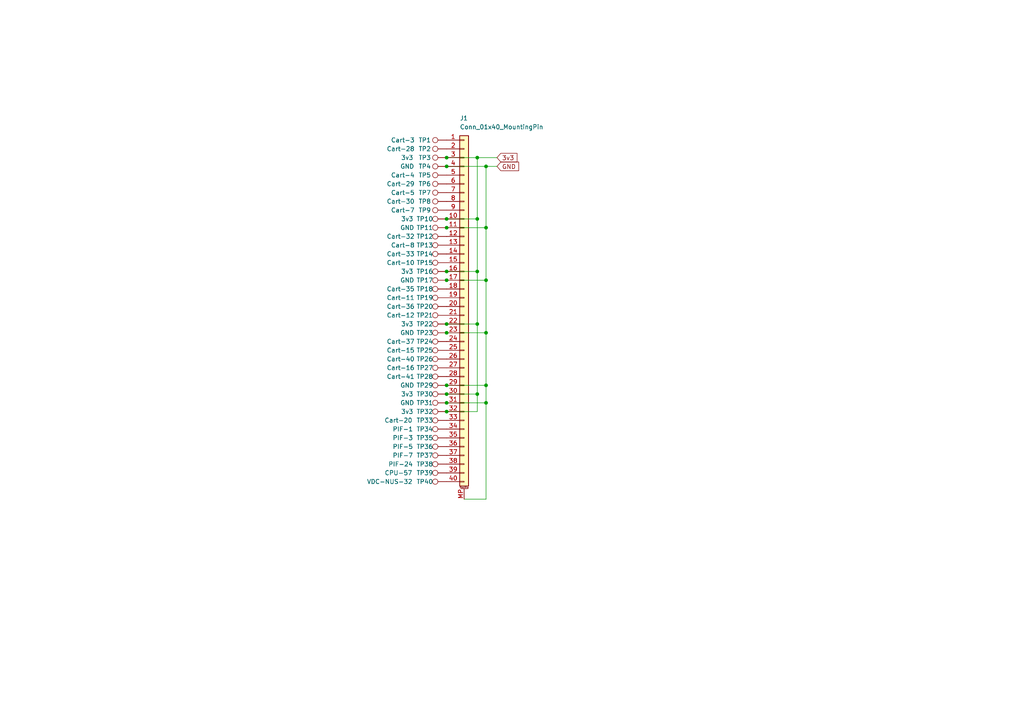
<source format=kicad_sch>
(kicad_sch (version 20230121) (generator eeschema)
  (paper "A4")
  (lib_symbols
    (symbol "Connector:TestPoint" (pin_numbers hide) (pin_names (offset 0.762) hide)
      (property "Reference" "TP" (at 0 6.858 0))
      (property "Value" "TestPoint" (at 0 5.08 0))
      (symbol "TestPoint_0_1"
        (circle (center 0 3.302) (radius 0.762))
      )
      (symbol "TestPoint_1_1"
        (pin passive line (at 0 0 90) (length 2.54) (name "1") (number "1"))
      )
    )
    (symbol "Connector_Generic_MountingPin:Conn_01x40_MountingPin" (pin_names (offset 1.016) hide)
      (property "Reference" "J" (at 0 50.8 0))
      (property "Value" "Conn_01x40_MountingPin" (at 1.27 -53.34 0))
      (symbol "Conn_01x40_MountingPin_1_1"
        (rectangle (start -1.27 -50.673) (end 0 -50.927) (stroke (width 0.1524)))
        (rectangle (start -1.27 -48.133) (end 0 -48.387) (stroke (width 0.1524)))
        (rectangle (start -1.27 -45.593) (end 0 -45.847) (stroke (width 0.1524)))
        (rectangle (start -1.27 -43.053) (end 0 -43.307) (stroke (width 0.1524)))
        (rectangle (start -1.27 -40.513) (end 0 -40.767) (stroke (width 0.1524)))
        (rectangle (start -1.27 -37.973) (end 0 -38.227) (stroke (width 0.1524)))
        (rectangle (start -1.27 -35.433) (end 0 -35.687) (stroke (width 0.1524)))
        (rectangle (start -1.27 -32.893) (end 0 -33.147) (stroke (width 0.1524)))
        (rectangle (start -1.27 -30.353) (end 0 -30.607) (stroke (width 0.1524)))
        (rectangle (start -1.27 -27.813) (end 0 -28.067) (stroke (width 0.1524)))
        (rectangle (start -1.27 -25.273) (end 0 -25.527) (stroke (width 0.1524)))
        (rectangle (start -1.27 -22.733) (end 0 -22.987) (stroke (width 0.1524)))
        (rectangle (start -1.27 -20.193) (end 0 -20.447) (stroke (width 0.1524)))
        (rectangle (start -1.27 -17.653) (end 0 -17.907) (stroke (width 0.1524)))
        (rectangle (start -1.27 -15.113) (end 0 -15.367) (stroke (width 0.1524)))
        (rectangle (start -1.27 -12.573) (end 0 -12.827) (stroke (width 0.1524)))
        (rectangle (start -1.27 -10.033) (end 0 -10.287) (stroke (width 0.1524)))
        (rectangle (start -1.27 -7.493) (end 0 -7.747) (stroke (width 0.1524)))
        (rectangle (start -1.27 -4.953) (end 0 -5.207) (stroke (width 0.1524)))
        (rectangle (start -1.27 -2.413) (end 0 -2.667) (stroke (width 0.1524)))
        (rectangle (start -1.27 0.127) (end 0 -0.127) (stroke (width 0.1524)))
        (rectangle (start -1.27 2.667) (end 0 2.413) (stroke (width 0.1524)))
        (rectangle (start -1.27 5.207) (end 0 4.953) (stroke (width 0.1524)))
        (rectangle (start -1.27 7.747) (end 0 7.493) (stroke (width 0.1524)))
        (rectangle (start -1.27 10.287) (end 0 10.033) (stroke (width 0.1524)))
        (rectangle (start -1.27 12.827) (end 0 12.573) (stroke (width 0.1524)))
        (rectangle (start -1.27 15.367) (end 0 15.113) (stroke (width 0.1524)))
        (rectangle (start -1.27 17.907) (end 0 17.653) (stroke (width 0.1524)))
        (rectangle (start -1.27 20.447) (end 0 20.193) (stroke (width 0.1524)))
        (rectangle (start -1.27 22.987) (end 0 22.733) (stroke (width 0.1524)))
        (rectangle (start -1.27 25.527) (end 0 25.273) (stroke (width 0.1524)))
        (rectangle (start -1.27 28.067) (end 0 27.813) (stroke (width 0.1524)))
        (rectangle (start -1.27 30.607) (end 0 30.353) (stroke (width 0.1524)))
        (rectangle (start -1.27 33.147) (end 0 32.893) (stroke (width 0.1524)))
        (rectangle (start -1.27 35.687) (end 0 35.433) (stroke (width 0.1524)))
        (rectangle (start -1.27 38.227) (end 0 37.973) (stroke (width 0.1524)))
        (rectangle (start -1.27 40.767) (end 0 40.513) (stroke (width 0.1524)))
        (rectangle (start -1.27 43.307) (end 0 43.053) (stroke (width 0.1524)))
        (rectangle (start -1.27 45.847) (end 0 45.593) (stroke (width 0.1524)))
        (rectangle (start -1.27 48.387) (end 0 48.133) (stroke (width 0.1524)))
        (rectangle (start -1.27 49.53) (end 1.27 -52.07) (stroke (width 0.254)) (fill (type background)))
        (polyline (pts (xy -1.016 -52.832) (xy 1.016 -52.832)) (stroke (width 0.1524)))
        (text "Mounting" (at 0 -52.451 0) (effects (font (size 0.381 0.381))))
        (pin passive line (at -5.08 48.26 0) (length 3.81) (name "Pin_1") (number "1"))
        (pin passive line (at -5.08 25.4 0) (length 3.81) (name "Pin_10") (number "10"))
        (pin passive line (at -5.08 22.86 0) (length 3.81) (name "Pin_11") (number "11"))
        (pin passive line (at -5.08 20.32 0) (length 3.81) (name "Pin_12") (number "12"))
        (pin passive line (at -5.08 17.78 0) (length 3.81) (name "Pin_13") (number "13"))
        (pin passive line (at -5.08 15.24 0) (length 3.81) (name "Pin_14") (number "14"))
        (pin passive line (at -5.08 12.7 0) (length 3.81) (name "Pin_15") (number "15"))
        (pin passive line (at -5.08 10.16 0) (length 3.81) (name "Pin_16") (number "16"))
        (pin passive line (at -5.08 7.62 0) (length 3.81) (name "Pin_17") (number "17"))
        (pin passive line (at -5.08 5.08 0) (length 3.81) (name "Pin_18") (number "18"))
        (pin passive line (at -5.08 2.54 0) (length 3.81) (name "Pin_19") (number "19"))
        (pin passive line (at -5.08 45.72 0) (length 3.81) (name "Pin_2") (number "2"))
        (pin passive line (at -5.08 0 0) (length 3.81) (name "Pin_20") (number "20"))
        (pin passive line (at -5.08 -2.54 0) (length 3.81) (name "Pin_21") (number "21"))
        (pin passive line (at -5.08 -5.08 0) (length 3.81) (name "Pin_22") (number "22"))
        (pin passive line (at -5.08 -7.62 0) (length 3.81) (name "Pin_23") (number "23"))
        (pin passive line (at -5.08 -10.16 0) (length 3.81) (name "Pin_24") (number "24"))
        (pin passive line (at -5.08 -12.7 0) (length 3.81) (name "Pin_25") (number "25"))
        (pin passive line (at -5.08 -15.24 0) (length 3.81) (name "Pin_26") (number "26"))
        (pin passive line (at -5.08 -17.78 0) (length 3.81) (name "Pin_27") (number "27"))
        (pin passive line (at -5.08 -20.32 0) (length 3.81) (name "Pin_28") (number "28"))
        (pin passive line (at -5.08 -22.86 0) (length 3.81) (name "Pin_29") (number "29"))
        (pin passive line (at -5.08 43.18 0) (length 3.81) (name "Pin_3") (number "3"))
        (pin passive line (at -5.08 -25.4 0) (length 3.81) (name "Pin_30") (number "30"))
        (pin passive line (at -5.08 -27.94 0) (length 3.81) (name "Pin_31") (number "31"))
        (pin passive line (at -5.08 -30.48 0) (length 3.81) (name "Pin_32") (number "32"))
        (pin passive line (at -5.08 -33.02 0) (length 3.81) (name "Pin_33") (number "33"))
        (pin passive line (at -5.08 -35.56 0) (length 3.81) (name "Pin_34") (number "34"))
        (pin passive line (at -5.08 -38.1 0) (length 3.81) (name "Pin_35") (number "35"))
        (pin passive line (at -5.08 -40.64 0) (length 3.81) (name "Pin_36") (number "36"))
        (pin passive line (at -5.08 -43.18 0) (length 3.81) (name "Pin_37") (number "37"))
        (pin passive line (at -5.08 -45.72 0) (length 3.81) (name "Pin_38") (number "38"))
        (pin passive line (at -5.08 -48.26 0) (length 3.81) (name "Pin_39") (number "39"))
        (pin passive line (at -5.08 40.64 0) (length 3.81) (name "Pin_4") (number "4"))
        (pin passive line (at -5.08 -50.8 0) (length 3.81) (name "Pin_40") (number "40"))
        (pin passive line (at -5.08 38.1 0) (length 3.81) (name "Pin_5") (number "5"))
        (pin passive line (at -5.08 35.56 0) (length 3.81) (name "Pin_6") (number "6"))
        (pin passive line (at -5.08 33.02 0) (length 3.81) (name "Pin_7") (number "7"))
        (pin passive line (at -5.08 30.48 0) (length 3.81) (name "Pin_8") (number "8"))
        (pin passive line (at -5.08 27.94 0) (length 3.81) (name "Pin_9") (number "9"))
        (pin passive line (at 0 -55.88 90) (length 3.048) (name "MountPin") (number "MP"))
      )
    )
  )
  (junction (at 129.54 63.5))
  (junction (at 140.97 111.76))
  (junction (at 129.54 78.74))
  (junction (at 138.43 93.98))
  (junction (at 140.97 96.52))
  (junction (at 138.43 63.5))
  (junction (at 138.43 45.72))
  (junction (at 129.54 111.76))
  (junction (at 129.54 93.98))
  (junction (at 138.43 78.74))
  (junction (at 129.54 119.38))
  (junction (at 140.97 116.84))
  (junction (at 129.54 48.26))
  (junction (at 140.97 81.28))
  (junction (at 129.54 114.3))
  (junction (at 140.97 66.04))
  (junction (at 129.54 116.84))
  (junction (at 140.97 48.26))
  (junction (at 129.54 96.52))
  (junction (at 138.43 114.3))
  (junction (at 129.54 45.72))
  (junction (at 129.54 66.04))
  (junction (at 129.54 81.28))
  (wire (pts (xy 129.54 114.3) (xy 138.43 114.3)))
  (wire (pts (xy 129.54 66.04) (xy 140.97 66.04)))
  (wire (pts (xy 140.97 144.78) (xy 140.97 116.84)))
  (wire (pts (xy 138.43 45.72) (xy 144.145 45.72)))
  (wire (pts (xy 129.54 48.26) (xy 140.97 48.26)))
  (wire (pts (xy 129.54 119.38) (xy 138.43 119.38)))
  (wire (pts (xy 140.97 116.84) (xy 140.97 111.76)))
  (wire (pts (xy 140.97 111.76) (xy 140.97 96.52)))
  (wire (pts (xy 134.62 144.78) (xy 140.97 144.78)))
  (wire (pts (xy 140.97 66.04) (xy 140.97 48.26)))
  (wire (pts (xy 138.43 63.5) (xy 138.43 45.72)))
  (wire (pts (xy 129.54 96.52) (xy 140.97 96.52)))
  (wire (pts (xy 129.54 81.28) (xy 140.97 81.28)))
  (wire (pts (xy 140.97 48.26) (xy 144.145 48.26)))
  (wire (pts (xy 140.97 81.28) (xy 140.97 66.04)))
  (wire (pts (xy 138.43 93.98) (xy 138.43 78.74)))
  (wire (pts (xy 129.54 78.74) (xy 138.43 78.74)))
  (wire (pts (xy 129.54 63.5) (xy 138.43 63.5)))
  (wire (pts (xy 138.43 114.3) (xy 138.43 93.98)))
  (wire (pts (xy 129.54 111.76) (xy 140.97 111.76)))
  (wire (pts (xy 138.43 119.38) (xy 138.43 114.3)))
  (wire (pts (xy 129.54 93.98) (xy 138.43 93.98)))
  (wire (pts (xy 129.54 116.84) (xy 140.97 116.84)))
  (wire (pts (xy 138.43 78.74) (xy 138.43 63.5)))
  (wire (pts (xy 129.54 45.72) (xy 138.43 45.72)))
  (wire (pts (xy 140.97 96.52) (xy 140.97 81.28)))
  (global_label "3v3" (shape input) (at 144.145 45.72 0) (property "Intersheetrefs" "${INTERSHEET_REFS}" (effects hide)))
  (global_label "GND" (shape input) (at 144.145 48.26 0) (property "Intersheetrefs" "${INTERSHEET_REFS}" (effects hide)))
  (symbol (lib_id "Connector:TestPoint") (at 129.54 86.36 90) (unit 1)
    (property "Reference" "TP19" (at 123.19 86.36 90))
    (property "Value" "Cart-11" (at 116.205 86.36 90))
    (property "Footprint" "Library:TestPoint_RCP-NUS" (effects hide))
  )
  (symbol (lib_id "Connector:TestPoint") (at 129.54 55.88 90) (unit 1)
    (property "Reference" "TP7" (at 123.19 55.88 90))
    (property "Value" "Cart-5" (at 116.84 55.88 90))
    (property "Footprint" "Library:TestPoint_RCP-NUS" (effects hide))
  )
  (symbol (lib_id "Connector:TestPoint") (at 129.54 121.92 90) (unit 1)
    (property "Reference" "TP33" (at 123.19 121.92 90))
    (property "Value" "Cart-20" (at 115.57 121.92 90))
    (property "Footprint" "Library:TestPoint_RCP-NUS" (effects hide))
  )
  (symbol (lib_id "Connector:TestPoint") (at 129.54 60.96 90) (unit 1)
    (property "Reference" "TP9" (at 123.19 60.96 90))
    (property "Value" "Cart-7" (at 116.84 60.96 90))
    (property "Footprint" "Library:TestPoint_RCP-NUS" (effects hide))
  )
  (symbol (lib_id "Connector:TestPoint") (at 129.54 40.64 90) (unit 1)
    (property "Reference" "TP1" (at 123.19 40.64 90))
    (property "Value" "Cart-3" (at 116.84 40.64 90))
    (property "Footprint" "Library:TestPoint_RCP-NUS" (effects hide))
  )
  (symbol (lib_id "Connector:TestPoint") (at 129.54 91.44 90) (unit 1)
    (property "Reference" "TP21" (at 123.19 91.44 90))
    (property "Value" "Cart-12" (at 116.205 91.44 90))
    (property "Footprint" "Library:TestPoint_RCP-NUS" (effects hide))
  )
  (symbol (lib_id "Connector:TestPoint") (at 129.54 71.12 90) (unit 1)
    (property "Reference" "TP13" (at 123.19 71.12 90))
    (property "Value" "Cart-8" (at 116.84 71.12 90))
    (property "Footprint" "Library:TestPoint_RCP-NUS" (effects hide))
  )
  (symbol (lib_id "Connector:TestPoint") (at 129.54 134.62 90) (unit 1)
    (property "Reference" "TP38" (at 123.19 134.62 90))
    (property "Value" "PIF-24" (at 116.205 134.62 90))
    (property "Footprint" "TestPoint:TestPoint_Pad_D1.0mm" (effects hide))
  )
  (symbol (lib_id "Connector:TestPoint") (at 129.54 132.08 90) (unit 1)
    (property "Reference" "TP37" (at 123.19 132.08 90))
    (property "Value" "PIF-7" (at 116.84 132.08 90))
    (property "Footprint" "TestPoint:TestPoint_Pad_D1.0mm" (effects hide))
  )
  (symbol (lib_id "Connector:TestPoint") (at 129.54 137.16 90) (unit 1)
    (property "Reference" "TP39" (at 123.19 137.16 90))
    (property "Value" "CPU-57" (at 115.57 137.16 90))
    (property "Footprint" "TestPoint:TestPoint_Pad_D1.0mm" (effects hide))
  )
  (symbol (lib_id "Connector:TestPoint") (at 129.54 58.42 90) (unit 1)
    (property "Reference" "TP8" (at 123.19 58.42 90))
    (property "Value" "Cart-30" (at 116.205 58.42 90))
    (property "Footprint" "Library:TestPoint_RCP-NUS" (effects hide))
  )
  (symbol (lib_id "Connector:TestPoint") (at 129.54 124.46 90) (unit 1)
    (property "Reference" "TP34" (at 123.19 124.46 90))
    (property "Value" "PIF-1" (at 116.84 124.46 90))
    (property "Footprint" "TestPoint:TestPoint_Pad_D1.0mm" (effects hide))
  )
  (symbol (lib_id "Connector:TestPoint") (at 129.54 114.3 90) (unit 1)
    (property "Reference" "TP30" (at 123.19 114.3 90))
    (property "Value" "3v3" (at 118.11 114.3 90))
    (property "Footprint" "Library:TestPoint_RCP-NUS" (effects hide))
  )
  (symbol (lib_id "Connector:TestPoint") (at 129.54 68.58 90) (unit 1)
    (property "Reference" "TP12" (at 123.19 68.58 90))
    (property "Value" "Cart-32" (at 116.205 68.58 90))
    (property "Footprint" "Library:TestPoint_RCP-NUS" (effects hide))
  )
  (symbol (lib_id "Connector:TestPoint") (at 129.54 109.22 90) (unit 1)
    (property "Reference" "TP28" (at 123.19 109.22 90))
    (property "Value" "Cart-41" (at 116.205 109.22 90))
    (property "Footprint" "Library:TestPoint_RCP-NUS" (effects hide))
  )
  (symbol (lib_id "Connector:TestPoint") (at 129.54 48.26 90) (unit 1)
    (property "Reference" "TP4" (at 123.19 48.26 90))
    (property "Value" "GND" (at 118.11 48.26 90))
    (property "Footprint" "Library:TestPoint_RCP-NUS" (effects hide))
  )
  (symbol (lib_id "Connector:TestPoint") (at 129.54 127 90) (unit 1)
    (property "Reference" "TP35" (at 123.19 127 90))
    (property "Value" "PIF-3" (at 116.84 127 90))
    (property "Footprint" "TestPoint:TestPoint_Pad_D1.0mm" (effects hide))
  )
  (symbol (lib_id "Connector:TestPoint") (at 129.54 106.68 90) (unit 1)
    (property "Reference" "TP27" (at 123.19 106.68 90))
    (property "Value" "Cart-16" (at 116.205 106.68 90))
    (property "Footprint" "Library:TestPoint_RCP-NUS" (effects hide))
  )
  (symbol (lib_id "Connector:TestPoint") (at 129.54 93.98 90) (unit 1)
    (property "Reference" "TP22" (at 123.19 93.98 90))
    (property "Value" "3v3" (at 118.11 93.98 90))
    (property "Footprint" "Library:TestPoint_RCP-NUS" (effects hide))
  )
  (symbol (lib_id "Connector:TestPoint") (at 129.54 111.76 90) (unit 1)
    (property "Reference" "TP29" (at 123.19 111.76 90))
    (property "Value" "GND" (at 118.11 111.76 90))
    (property "Footprint" "Library:TestPoint_RCP-NUS" (effects hide))
  )
  (symbol (lib_id "Connector:TestPoint") (at 129.54 66.04 90) (unit 1)
    (property "Reference" "TP11" (at 123.19 66.04 90))
    (property "Value" "GND" (at 118.11 66.04 90))
    (property "Footprint" "Library:TestPoint_RCP-NUS" (effects hide))
  )
  (symbol (lib_id "Connector:TestPoint") (at 129.54 116.84 90) (unit 1)
    (property "Reference" "TP31" (at 123.19 116.84 90))
    (property "Value" "GND" (at 118.11 116.84 90))
    (property "Footprint" "Library:TestPoint_RCP-NUS" (effects hide))
  )
  (symbol (lib_id "Connector:TestPoint") (at 129.54 101.6 90) (unit 1)
    (property "Reference" "TP25" (at 123.19 101.6 90))
    (property "Value" "Cart-15" (at 116.205 101.6 90))
    (property "Footprint" "Library:TestPoint_RCP-NUS" (effects hide))
  )
  (symbol (lib_id "Connector:TestPoint") (at 129.54 99.06 90) (unit 1)
    (property "Reference" "TP24" (at 123.19 99.06 90))
    (property "Value" "Cart-37" (at 116.205 99.06 90))
    (property "Footprint" "Library:TestPoint_RCP-NUS" (effects hide))
  )
  (symbol (lib_id "Connector:TestPoint") (at 129.54 96.52 90) (unit 1)
    (property "Reference" "TP23" (at 123.19 96.52 90))
    (property "Value" "GND" (at 118.11 96.52 90))
    (property "Footprint" "Library:TestPoint_RCP-NUS" (effects hide))
  )
  (symbol (lib_id "Connector:TestPoint") (at 129.54 83.82 90) (unit 1)
    (property "Reference" "TP18" (at 123.19 83.82 90))
    (property "Value" "Cart-35" (at 116.205 83.82 90))
    (property "Footprint" "Library:TestPoint_RCP-NUS" (effects hide))
  )
  (symbol (lib_id "Connector:TestPoint") (at 129.54 81.28 90) (unit 1)
    (property "Reference" "TP17" (at 123.19 81.28 90))
    (property "Value" "GND" (at 118.11 81.28 90))
    (property "Footprint" "Library:TestPoint_RCP-NUS" (effects hide))
  )
  (symbol (lib_id "Connector:TestPoint") (at 129.54 129.54 90) (unit 1)
    (property "Reference" "TP36" (at 123.19 129.54 90))
    (property "Value" "PIF-5" (at 116.84 129.54 90))
    (property "Footprint" "TestPoint:TestPoint_Pad_D1.0mm" (effects hide))
  )
  (symbol (lib_id "Connector:TestPoint") (at 129.54 119.38 90) (unit 1)
    (property "Reference" "TP32" (at 123.19 119.38 90))
    (property "Value" "3v3" (at 118.11 119.38 90))
    (property "Footprint" "Library:TestPoint_RCP-NUS" (effects hide))
  )
  (symbol (lib_id "Connector:TestPoint") (at 129.54 88.9 90) (unit 1)
    (property "Reference" "TP20" (at 123.19 88.9 90))
    (property "Value" "Cart-36" (at 116.205 88.9 90))
    (property "Footprint" "Library:TestPoint_RCP-NUS" (effects hide))
  )
  (symbol (lib_id "Connector:TestPoint") (at 129.54 63.5 90) (unit 1)
    (property "Reference" "TP10" (at 123.19 63.5 90))
    (property "Value" "3v3" (at 118.11 63.5 90))
    (property "Footprint" "Library:TestPoint_RCP-NUS" (effects hide))
  )
  (symbol (lib_id "Connector:TestPoint") (at 129.54 43.18 90) (unit 1)
    (property "Reference" "TP2" (at 123.19 43.18 90))
    (property "Value" "Cart-28" (at 116.205 43.18 90))
    (property "Footprint" "Library:TestPoint_RCP-NUS" (effects hide))
  )
  (symbol (lib_id "Connector:TestPoint") (at 129.54 76.2 90) (unit 1)
    (property "Reference" "TP15" (at 123.19 76.2 90))
    (property "Value" "Cart-10" (at 116.205 76.2 90))
    (property "Footprint" "Library:TestPoint_RCP-NUS" (effects hide))
  )
  (symbol (lib_id "Connector:TestPoint") (at 129.54 50.8 90) (unit 1)
    (property "Reference" "TP5" (at 123.19 50.8 90))
    (property "Value" "Cart-4" (at 116.84 50.8 90))
    (property "Footprint" "Library:TestPoint_RCP-NUS" (effects hide))
  )
  (symbol (lib_id "Connector:TestPoint") (at 129.54 73.66 90) (unit 1)
    (property "Reference" "TP14" (at 123.19 73.66 90))
    (property "Value" "Cart-33" (at 116.205 73.66 90))
    (property "Footprint" "Library:TestPoint_RCP-NUS" (effects hide))
  )
  (symbol (lib_id "Connector:TestPoint") (at 129.54 139.7 90) (unit 1)
    (property "Reference" "TP40" (at 123.19 139.7 90))
    (property "Value" "VDC-NUS-32" (at 113.03 139.7 90))
    (property "Footprint" "TestPoint:TestPoint_Pad_D1.0mm" (effects hide))
  )
  (symbol (lib_id "Connector:TestPoint") (at 129.54 78.74 90) (unit 1)
    (property "Reference" "TP16" (at 123.19 78.74 90))
    (property "Value" "3v3" (at 118.11 78.74 90))
    (property "Footprint" "Library:TestPoint_RCP-NUS" (effects hide))
  )
  (symbol (lib_id "Connector_Generic_MountingPin:Conn_01x40_MountingPin") (at 134.62 88.9 0) (unit 1)
    (property "Reference" "J1" (at 133.35 34.29 0) (effects (justify left)))
    (property "Value" "Conn_01x40_MountingPin" (at 133.35 36.83 0) (effects (justify left)))
    (property "Footprint" "505110-4091:MOLEX_505110-4091-REVERSE-PINOUT" (effects hide))
  )
  (symbol (lib_id "Connector:TestPoint") (at 129.54 53.34 90) (unit 1)
    (property "Reference" "TP6" (at 123.19 53.34 90))
    (property "Value" "Cart-29" (at 116.205 53.34 90))
    (property "Footprint" "Library:TestPoint_RCP-NUS" (effects hide))
  )
  (symbol (lib_id "Connector:TestPoint") (at 129.54 45.72 90) (unit 1)
    (property "Reference" "TP3" (at 123.19 45.72 90))
    (property "Value" "3v3" (at 118.11 45.72 90))
    (property "Footprint" "Library:TestPoint_RCP-NUS" (effects hide))
  )
  (symbol (lib_id "Connector:TestPoint") (at 129.54 104.14 90) (unit 1)
    (property "Reference" "TP26" (at 123.19 104.14 90))
    (property "Value" "Cart-40" (at 116.205 104.14 90))
    (property "Footprint" "Library:TestPoint_RCP-NUS" (effects hide))
  )
)
</source>
